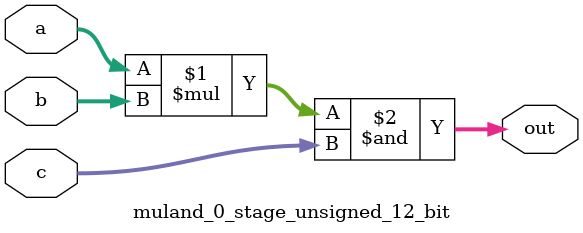
<source format=sv>
(* use_dsp = "yes" *) module muland_0_stage_unsigned_12_bit(
	input  [11:0] a,
	input  [11:0] b,
	input  [11:0] c,
	output [11:0] out
	);

	assign out = (a * b) & c;
endmodule

</source>
